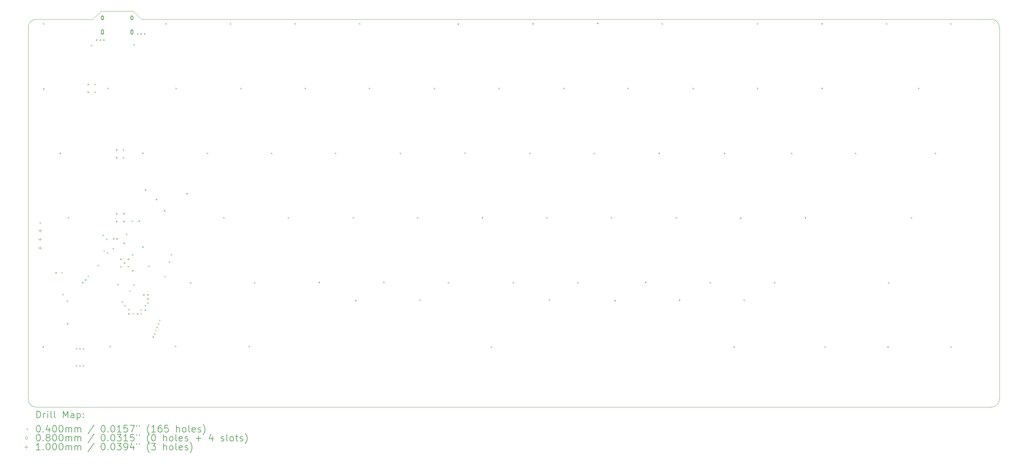
<source format=gbr>
%FSLAX45Y45*%
G04 Gerber Fmt 4.5, Leading zero omitted, Abs format (unit mm)*
G04 Created by KiCad (PCBNEW (6.0.1-0)) date 2022-06-29 12:55:52*
%MOMM*%
%LPD*%
G01*
G04 APERTURE LIST*
%TA.AperFunction,Profile*%
%ADD10C,0.100000*%
%TD*%
%ADD11C,0.200000*%
%ADD12C,0.040000*%
%ADD13C,0.080000*%
%ADD14C,0.100000*%
G04 APERTURE END LIST*
D10*
X1905000Y-13096875D02*
X1905000Y-2143125D01*
X30241875Y-13335000D02*
X2143125Y-13335000D01*
X4048125Y-1666875D02*
X5000625Y-1666875D01*
X30480000Y-2143125D02*
X30480000Y-13096875D01*
X5238750Y-1905000D02*
X30241875Y-1905000D01*
X4048125Y-1666875D02*
X3810000Y-1905000D01*
X2143125Y-1905000D02*
X3810000Y-1905000D01*
X30241875Y-13335000D02*
G75*
G03*
X30480000Y-13096875I0J238125D01*
G01*
X1905000Y-13096875D02*
G75*
G03*
X2143125Y-13335000I238125J0D01*
G01*
X5000625Y-1666875D02*
X5238750Y-1905000D01*
X2143125Y-1905000D02*
G75*
G03*
X1905000Y-2143125I0J-238125D01*
G01*
X30480000Y-2143125D02*
G75*
G03*
X30241875Y-1905000I-238125J0D01*
G01*
D11*
D12*
X2237500Y-7882500D02*
X2277500Y-7922500D01*
X2277500Y-7882500D02*
X2237500Y-7922500D01*
X2327500Y-11542500D02*
X2367500Y-11582500D01*
X2367500Y-11542500D02*
X2327500Y-11582500D01*
X2337500Y-2012500D02*
X2377500Y-2052500D01*
X2377500Y-2012500D02*
X2337500Y-2052500D01*
X2337500Y-3932500D02*
X2377500Y-3972500D01*
X2377500Y-3932500D02*
X2337500Y-3972500D01*
X2707500Y-9352500D02*
X2747500Y-9392500D01*
X2747500Y-9352500D02*
X2707500Y-9392500D01*
X2827500Y-5832500D02*
X2867500Y-5872500D01*
X2867500Y-5832500D02*
X2827500Y-5872500D01*
X2877500Y-9342500D02*
X2917500Y-9382500D01*
X2917500Y-9342500D02*
X2877500Y-9382500D01*
X2907500Y-9992500D02*
X2947500Y-10032500D01*
X2947500Y-9992500D02*
X2907500Y-10032500D01*
X3037500Y-10182500D02*
X3077500Y-10222500D01*
X3077500Y-10182500D02*
X3037500Y-10222500D01*
X3047500Y-10852500D02*
X3087500Y-10892500D01*
X3087500Y-10852500D02*
X3047500Y-10892500D01*
X3067500Y-7732500D02*
X3107500Y-7772500D01*
X3107500Y-7732500D02*
X3067500Y-7772500D01*
X3307500Y-11592500D02*
X3347500Y-11632500D01*
X3347500Y-11592500D02*
X3307500Y-11632500D01*
X3307500Y-12092500D02*
X3347500Y-12132500D01*
X3347500Y-12092500D02*
X3307500Y-12132500D01*
X3407450Y-12092500D02*
X3447450Y-12132500D01*
X3447450Y-12092500D02*
X3407450Y-12132500D01*
X3407550Y-11592500D02*
X3447550Y-11632500D01*
X3447550Y-11592500D02*
X3407550Y-11632500D01*
X3487500Y-9642500D02*
X3527500Y-9682500D01*
X3527500Y-9642500D02*
X3487500Y-9682500D01*
X3507500Y-11592500D02*
X3547500Y-11632500D01*
X3547500Y-11592500D02*
X3507500Y-11632500D01*
X3507500Y-12092500D02*
X3547500Y-12132500D01*
X3547500Y-12092500D02*
X3507500Y-12132500D01*
X3577500Y-9562550D02*
X3617500Y-9602550D01*
X3617500Y-9562550D02*
X3577500Y-9602550D01*
X3647500Y-3802500D02*
X3687500Y-3842500D01*
X3687500Y-3802500D02*
X3647500Y-3842500D01*
X3647500Y-4032500D02*
X3687500Y-4072500D01*
X3687500Y-4032500D02*
X3647500Y-4072500D01*
X3657500Y-9452500D02*
X3697500Y-9492500D01*
X3697500Y-9452500D02*
X3657500Y-9492500D01*
X3747500Y-2652500D02*
X3787500Y-2692500D01*
X3787500Y-2652500D02*
X3747500Y-2692500D01*
X3857500Y-3802500D02*
X3897500Y-3842500D01*
X3897500Y-3802500D02*
X3857500Y-3842500D01*
X3857500Y-4032500D02*
X3897500Y-4072500D01*
X3897500Y-4032500D02*
X3857500Y-4072500D01*
X3897500Y-2492500D02*
X3937500Y-2532500D01*
X3937500Y-2492500D02*
X3897500Y-2532500D01*
X3951248Y-9137676D02*
X3991248Y-9177676D01*
X3991248Y-9137676D02*
X3951248Y-9177676D01*
X4007500Y-2492500D02*
X4047500Y-2532500D01*
X4047500Y-2492500D02*
X4007500Y-2532500D01*
X4092500Y-8247500D02*
X4132500Y-8287500D01*
X4132500Y-8247500D02*
X4092500Y-8287500D01*
X4107500Y-2492500D02*
X4147500Y-2532500D01*
X4147500Y-2492500D02*
X4107500Y-2532500D01*
X4121962Y-8708038D02*
X4161962Y-8748038D01*
X4161962Y-8708038D02*
X4121962Y-8748038D01*
X4197500Y-8362500D02*
X4237500Y-8402500D01*
X4237500Y-8362500D02*
X4197500Y-8402500D01*
X4217500Y-8772500D02*
X4257500Y-8812500D01*
X4257500Y-8772500D02*
X4217500Y-8812500D01*
X4237500Y-3922500D02*
X4277500Y-3962500D01*
X4277500Y-3922500D02*
X4237500Y-3962500D01*
X4297450Y-11522550D02*
X4337450Y-11562550D01*
X4337450Y-11522550D02*
X4297450Y-11562550D01*
X4387500Y-8642500D02*
X4427500Y-8682500D01*
X4427500Y-8642500D02*
X4387500Y-8682500D01*
X4397500Y-8352500D02*
X4437500Y-8392500D01*
X4437500Y-8352500D02*
X4397500Y-8392500D01*
X4487500Y-5732500D02*
X4527500Y-5772500D01*
X4527500Y-5732500D02*
X4487500Y-5772500D01*
X4487500Y-5962500D02*
X4527500Y-6002500D01*
X4527500Y-5962500D02*
X4487500Y-6002500D01*
X4487500Y-7612500D02*
X4527500Y-7652500D01*
X4527500Y-7612500D02*
X4487500Y-7652500D01*
X4487500Y-7842500D02*
X4527500Y-7882500D01*
X4527500Y-7842500D02*
X4487500Y-7882500D01*
X4497500Y-8352500D02*
X4537500Y-8392500D01*
X4537500Y-8352500D02*
X4497500Y-8392500D01*
X4527500Y-9692500D02*
X4567500Y-9732500D01*
X4567500Y-9692500D02*
X4527500Y-9732500D01*
X4607500Y-8952500D02*
X4647500Y-8992500D01*
X4647500Y-8952500D02*
X4607500Y-8992500D01*
X4607500Y-9172500D02*
X4647500Y-9212500D01*
X4647500Y-9172500D02*
X4607500Y-9212500D01*
X4657500Y-10212500D02*
X4697500Y-10252500D01*
X4697500Y-10212500D02*
X4657500Y-10252500D01*
X4687500Y-5732500D02*
X4727500Y-5772500D01*
X4727500Y-5732500D02*
X4687500Y-5772500D01*
X4687500Y-5962500D02*
X4727500Y-6002500D01*
X4727500Y-5962500D02*
X4687500Y-6002500D01*
X4697500Y-7612500D02*
X4737500Y-7652500D01*
X4737500Y-7612500D02*
X4697500Y-7652500D01*
X4697500Y-7842500D02*
X4737500Y-7882500D01*
X4737500Y-7842500D02*
X4697500Y-7882500D01*
X4707500Y-8482500D02*
X4747500Y-8522500D01*
X4747500Y-8482500D02*
X4707500Y-8522500D01*
X4717500Y-9062500D02*
X4757500Y-9102500D01*
X4757500Y-9062500D02*
X4717500Y-9102500D01*
X4737500Y-10322500D02*
X4777500Y-10362500D01*
X4777500Y-10322500D02*
X4737500Y-10362500D01*
X4777500Y-8222500D02*
X4817500Y-8262500D01*
X4817500Y-8222500D02*
X4777500Y-8262500D01*
X4827500Y-8952500D02*
X4867500Y-8992500D01*
X4867500Y-8952500D02*
X4827500Y-8992500D01*
X4827500Y-9172500D02*
X4867500Y-9212500D01*
X4867500Y-9172500D02*
X4827500Y-9212500D01*
X4847500Y-10442500D02*
X4887500Y-10482500D01*
X4887500Y-10442500D02*
X4847500Y-10482500D01*
X4847500Y-10562500D02*
X4887500Y-10602500D01*
X4887500Y-10562500D02*
X4847500Y-10602500D01*
X4875489Y-9894511D02*
X4915489Y-9934511D01*
X4915489Y-9894511D02*
X4875489Y-9934511D01*
X4947500Y-7832500D02*
X4987500Y-7872500D01*
X4987500Y-7832500D02*
X4947500Y-7872500D01*
X4957500Y-9292500D02*
X4997500Y-9332500D01*
X4997500Y-9292500D02*
X4957500Y-9332500D01*
X4958534Y-8821773D02*
X4998534Y-8861773D01*
X4998534Y-8821773D02*
X4958534Y-8861773D01*
X4977500Y-10562500D02*
X5017500Y-10602500D01*
X5017500Y-10562500D02*
X4977500Y-10602500D01*
X4997500Y-2632500D02*
X5037500Y-2672500D01*
X5037500Y-2632500D02*
X4997500Y-2672500D01*
X4997500Y-9712500D02*
X5037500Y-9752500D01*
X5037500Y-9712500D02*
X4997500Y-9752500D01*
X5097500Y-10562500D02*
X5137500Y-10602500D01*
X5137500Y-10562500D02*
X5097500Y-10602500D01*
X5107500Y-2312500D02*
X5147500Y-2352500D01*
X5147500Y-2312500D02*
X5107500Y-2352500D01*
X5147500Y-7832500D02*
X5187500Y-7872500D01*
X5187500Y-7832500D02*
X5147500Y-7872500D01*
X5207500Y-2312500D02*
X5247500Y-2352500D01*
X5247500Y-2312500D02*
X5207500Y-2352500D01*
X5207500Y-10452500D02*
X5247500Y-10492500D01*
X5247500Y-10452500D02*
X5207500Y-10492500D01*
X5207500Y-10562500D02*
X5247500Y-10602500D01*
X5247500Y-10562500D02*
X5207500Y-10602500D01*
X5257500Y-5832500D02*
X5297500Y-5872500D01*
X5297500Y-5832500D02*
X5257500Y-5872500D01*
X5257500Y-8592500D02*
X5297500Y-8632500D01*
X5297500Y-8592500D02*
X5257500Y-8632500D01*
X5287500Y-10002500D02*
X5327500Y-10042500D01*
X5327500Y-10002500D02*
X5287500Y-10042500D01*
X5307500Y-2312500D02*
X5347500Y-2352500D01*
X5347500Y-2312500D02*
X5307500Y-2352500D01*
X5327500Y-10322500D02*
X5367500Y-10362500D01*
X5367500Y-10322500D02*
X5327500Y-10362500D01*
X5327500Y-10452500D02*
X5367500Y-10492500D01*
X5367500Y-10452500D02*
X5327500Y-10492500D01*
X5337500Y-6912500D02*
X5377500Y-6952500D01*
X5377500Y-6912500D02*
X5337500Y-6952500D01*
X5407500Y-10002500D02*
X5447500Y-10042500D01*
X5447500Y-10002500D02*
X5407500Y-10042500D01*
X5407500Y-10122500D02*
X5447500Y-10162500D01*
X5447500Y-10122500D02*
X5407500Y-10162500D01*
X5407500Y-10242500D02*
X5447500Y-10282500D01*
X5447500Y-10242500D02*
X5407500Y-10282500D01*
X5437500Y-9162500D02*
X5477500Y-9202500D01*
X5477500Y-9162500D02*
X5437500Y-9202500D01*
X5562801Y-11241898D02*
X5602801Y-11281898D01*
X5602801Y-11241898D02*
X5562801Y-11281898D01*
X5607500Y-11152500D02*
X5647500Y-11192500D01*
X5647500Y-11152500D02*
X5607500Y-11192500D01*
X5637402Y-11052500D02*
X5677402Y-11092500D01*
X5677402Y-11052500D02*
X5637402Y-11092500D01*
X5657500Y-7192500D02*
X5697500Y-7232500D01*
X5697500Y-7192500D02*
X5657500Y-7232500D01*
X5677402Y-10953161D02*
X5717402Y-10993161D01*
X5717402Y-10953161D02*
X5677402Y-10993161D01*
X5717354Y-10855580D02*
X5757354Y-10895580D01*
X5757354Y-10855580D02*
X5717354Y-10895580D01*
X5757306Y-10756340D02*
X5797306Y-10796340D01*
X5797306Y-10756340D02*
X5757306Y-10796340D01*
X5897500Y-7522500D02*
X5937500Y-7562500D01*
X5937500Y-7522500D02*
X5897500Y-7562500D01*
X5917500Y-9462500D02*
X5957500Y-9502500D01*
X5957500Y-9462500D02*
X5917500Y-9502500D01*
X5937500Y-2012500D02*
X5977500Y-2052500D01*
X5977500Y-2012500D02*
X5937500Y-2052500D01*
X6037500Y-9032500D02*
X6077500Y-9072500D01*
X6077500Y-9032500D02*
X6037500Y-9072500D01*
X6097500Y-8822500D02*
X6137500Y-8862500D01*
X6137500Y-8822500D02*
X6097500Y-8862500D01*
X6217550Y-11522550D02*
X6257550Y-11562550D01*
X6257550Y-11522550D02*
X6217550Y-11562550D01*
X6237500Y-3922500D02*
X6277500Y-3962500D01*
X6277500Y-3922500D02*
X6237500Y-3962500D01*
X6557500Y-7022500D02*
X6597500Y-7062500D01*
X6597500Y-7022500D02*
X6557500Y-7062500D01*
X6667500Y-9642500D02*
X6707500Y-9682500D01*
X6707500Y-9642500D02*
X6667500Y-9682500D01*
X7157500Y-5832500D02*
X7197500Y-5872500D01*
X7197500Y-5832500D02*
X7157500Y-5872500D01*
X7637500Y-7732500D02*
X7677500Y-7772500D01*
X7677500Y-7732500D02*
X7637500Y-7772500D01*
X7837500Y-2012500D02*
X7877500Y-2052500D01*
X7877500Y-2012500D02*
X7837500Y-2052500D01*
X8137500Y-3922500D02*
X8177500Y-3962500D01*
X8177500Y-3922500D02*
X8137500Y-3962500D01*
X8387550Y-11522550D02*
X8427550Y-11562550D01*
X8427550Y-11522550D02*
X8387550Y-11562550D01*
X8547500Y-9642500D02*
X8587500Y-9682500D01*
X8587500Y-9642500D02*
X8547500Y-9682500D01*
X9047500Y-5832500D02*
X9087500Y-5872500D01*
X9087500Y-5832500D02*
X9047500Y-5872500D01*
X9537500Y-7732500D02*
X9577500Y-7772500D01*
X9577500Y-7732500D02*
X9537500Y-7772500D01*
X9737500Y-2012500D02*
X9777500Y-2052500D01*
X9777500Y-2012500D02*
X9737500Y-2052500D01*
X10037500Y-3922500D02*
X10077500Y-3962500D01*
X10077500Y-3922500D02*
X10037500Y-3962500D01*
X10447500Y-9632500D02*
X10487500Y-9672500D01*
X10487500Y-9632500D02*
X10447500Y-9672500D01*
X10927500Y-5832500D02*
X10967500Y-5872500D01*
X10967500Y-5832500D02*
X10927500Y-5872500D01*
X11447500Y-7732500D02*
X11487500Y-7772500D01*
X11487500Y-7732500D02*
X11447500Y-7772500D01*
X11517500Y-10172500D02*
X11557500Y-10212500D01*
X11557500Y-10172500D02*
X11517500Y-10212500D01*
X11637500Y-2012500D02*
X11677500Y-2052500D01*
X11677500Y-2012500D02*
X11637500Y-2052500D01*
X11927500Y-3922500D02*
X11967500Y-3962500D01*
X11967500Y-3922500D02*
X11927500Y-3962500D01*
X12347500Y-9632500D02*
X12387500Y-9672500D01*
X12387500Y-9632500D02*
X12347500Y-9672500D01*
X12837500Y-5832500D02*
X12877500Y-5872500D01*
X12877500Y-5832500D02*
X12837500Y-5872500D01*
X13337500Y-7732500D02*
X13377500Y-7772500D01*
X13377500Y-7732500D02*
X13337500Y-7772500D01*
X13417500Y-10162500D02*
X13457500Y-10202500D01*
X13457500Y-10162500D02*
X13417500Y-10202500D01*
X13837500Y-3922500D02*
X13877500Y-3962500D01*
X13877500Y-3922500D02*
X13837500Y-3962500D01*
X14247500Y-9642500D02*
X14287500Y-9682500D01*
X14287500Y-9642500D02*
X14247500Y-9682500D01*
X14537500Y-2022500D02*
X14577500Y-2062500D01*
X14577500Y-2022500D02*
X14537500Y-2062500D01*
X14737500Y-5822500D02*
X14777500Y-5862500D01*
X14777500Y-5822500D02*
X14737500Y-5862500D01*
X15247500Y-7732500D02*
X15287500Y-7772500D01*
X15287500Y-7732500D02*
X15247500Y-7772500D01*
X15517500Y-11542500D02*
X15557500Y-11582500D01*
X15557500Y-11542500D02*
X15517500Y-11582500D01*
X15737500Y-3922500D02*
X15777500Y-3962500D01*
X15777500Y-3922500D02*
X15737500Y-3962500D01*
X16157500Y-9642500D02*
X16197500Y-9682500D01*
X16197500Y-9642500D02*
X16157500Y-9682500D01*
X16647500Y-5832500D02*
X16687500Y-5872500D01*
X16687500Y-5832500D02*
X16647500Y-5872500D01*
X16737500Y-2012500D02*
X16777500Y-2052500D01*
X16777500Y-2012500D02*
X16737500Y-2052500D01*
X17137500Y-7732500D02*
X17177500Y-7772500D01*
X17177500Y-7732500D02*
X17137500Y-7772500D01*
X17227500Y-10152500D02*
X17267500Y-10192500D01*
X17267500Y-10152500D02*
X17227500Y-10192500D01*
X17637500Y-3922500D02*
X17677500Y-3962500D01*
X17677500Y-3922500D02*
X17637500Y-3962500D01*
X18057500Y-9642500D02*
X18097500Y-9682500D01*
X18097500Y-9642500D02*
X18057500Y-9682500D01*
X18537500Y-5832500D02*
X18577500Y-5872500D01*
X18577500Y-5832500D02*
X18537500Y-5872500D01*
X18637500Y-2002500D02*
X18677500Y-2042500D01*
X18677500Y-2002500D02*
X18637500Y-2042500D01*
X19047500Y-7732500D02*
X19087500Y-7772500D01*
X19087500Y-7732500D02*
X19047500Y-7772500D01*
X19147500Y-10172500D02*
X19187500Y-10212500D01*
X19187500Y-10172500D02*
X19147500Y-10212500D01*
X19527500Y-3922500D02*
X19567500Y-3962500D01*
X19567500Y-3922500D02*
X19527500Y-3962500D01*
X20047500Y-9632500D02*
X20087500Y-9672500D01*
X20087500Y-9632500D02*
X20047500Y-9672500D01*
X20447500Y-5832500D02*
X20487500Y-5872500D01*
X20487500Y-5832500D02*
X20447500Y-5872500D01*
X20537500Y-2012500D02*
X20577500Y-2052500D01*
X20577500Y-2012500D02*
X20537500Y-2052500D01*
X20947500Y-7732500D02*
X20987500Y-7772500D01*
X20987500Y-7732500D02*
X20947500Y-7772500D01*
X21047500Y-10162500D02*
X21087500Y-10202500D01*
X21087500Y-10162500D02*
X21047500Y-10202500D01*
X21447500Y-3922500D02*
X21487500Y-3962500D01*
X21487500Y-3922500D02*
X21447500Y-3962500D01*
X21947500Y-9642500D02*
X21987500Y-9682500D01*
X21987500Y-9642500D02*
X21947500Y-9682500D01*
X22367500Y-5832500D02*
X22407500Y-5872500D01*
X22407500Y-5832500D02*
X22367500Y-5872500D01*
X22647500Y-11542500D02*
X22687500Y-11582500D01*
X22687500Y-11542500D02*
X22647500Y-11582500D01*
X22847500Y-7742500D02*
X22887500Y-7782500D01*
X22887500Y-7742500D02*
X22847500Y-7782500D01*
X22947500Y-10162500D02*
X22987500Y-10202500D01*
X22987500Y-10162500D02*
X22947500Y-10202500D01*
X23337500Y-2012500D02*
X23377500Y-2052500D01*
X23377500Y-2012500D02*
X23337500Y-2052500D01*
X23337500Y-3922500D02*
X23377500Y-3962500D01*
X23377500Y-3922500D02*
X23337500Y-3962500D01*
X23847500Y-9642500D02*
X23887500Y-9682500D01*
X23887500Y-9642500D02*
X23847500Y-9682500D01*
X24347500Y-5832500D02*
X24387500Y-5872500D01*
X24387500Y-5832500D02*
X24347500Y-5872500D01*
X24747500Y-7732500D02*
X24787500Y-7772500D01*
X24787500Y-7732500D02*
X24747500Y-7772500D01*
X25237500Y-2012500D02*
X25277500Y-2052500D01*
X25277500Y-2012500D02*
X25237500Y-2052500D01*
X25237500Y-3922500D02*
X25277500Y-3962500D01*
X25277500Y-3922500D02*
X25237500Y-3962500D01*
X25327500Y-11542500D02*
X25367500Y-11582500D01*
X25367500Y-11542500D02*
X25327500Y-11582500D01*
X26227500Y-5832500D02*
X26267500Y-5872500D01*
X26267500Y-5832500D02*
X26227500Y-5872500D01*
X27137500Y-2012500D02*
X27177500Y-2052500D01*
X27177500Y-2012500D02*
X27137500Y-2052500D01*
X27177500Y-11542500D02*
X27217500Y-11582500D01*
X27217500Y-11542500D02*
X27177500Y-11582500D01*
X27197500Y-9652500D02*
X27237500Y-9692500D01*
X27237500Y-9652500D02*
X27197500Y-9692500D01*
X27867500Y-7732500D02*
X27907500Y-7772500D01*
X27907500Y-7732500D02*
X27867500Y-7772500D01*
X28077500Y-3922500D02*
X28117500Y-3962500D01*
X28117500Y-3922500D02*
X28077500Y-3962500D01*
X28567500Y-5832500D02*
X28607500Y-5872500D01*
X28607500Y-5832500D02*
X28567500Y-5872500D01*
X29027500Y-2012500D02*
X29067500Y-2052500D01*
X29067500Y-2012500D02*
X29027500Y-2052500D01*
X29037500Y-11542500D02*
X29077500Y-11582500D01*
X29077500Y-11542500D02*
X29037500Y-11582500D01*
D13*
X4131761Y-1860961D02*
G75*
G03*
X4131761Y-1860961I-40000J0D01*
G01*
D11*
X4061761Y-1830961D02*
X4061761Y-1890961D01*
X4121761Y-1830961D02*
X4121761Y-1890961D01*
X4061761Y-1890961D02*
G75*
G03*
X4121761Y-1890961I30000J0D01*
G01*
X4121761Y-1830961D02*
G75*
G03*
X4061761Y-1830961I-30000J0D01*
G01*
D13*
X4131761Y-2280951D02*
G75*
G03*
X4131761Y-2280951I-40000J0D01*
G01*
D11*
X4061761Y-2240950D02*
X4061761Y-2320952D01*
X4121761Y-2240950D02*
X4121761Y-2320952D01*
X4061761Y-2320952D02*
G75*
G03*
X4121761Y-2320952I30000J0D01*
G01*
X4121761Y-2240950D02*
G75*
G03*
X4061761Y-2240950I-30000J0D01*
G01*
D13*
X4996786Y-1860961D02*
G75*
G03*
X4996786Y-1860961I-40000J0D01*
G01*
D11*
X4926786Y-1830961D02*
X4926786Y-1890961D01*
X4986786Y-1830961D02*
X4986786Y-1890961D01*
X4926786Y-1890961D02*
G75*
G03*
X4986786Y-1890961I30000J0D01*
G01*
X4986786Y-1830961D02*
G75*
G03*
X4926786Y-1830961I-30000J0D01*
G01*
D13*
X4996786Y-2280951D02*
G75*
G03*
X4996786Y-2280951I-40000J0D01*
G01*
D11*
X4926786Y-2240952D02*
X4926786Y-2320950D01*
X4986786Y-2240952D02*
X4986786Y-2320950D01*
X4926786Y-2320950D02*
G75*
G03*
X4986786Y-2320950I30000J0D01*
G01*
X4986786Y-2240952D02*
G75*
G03*
X4926786Y-2240952I-30000J0D01*
G01*
D14*
X2257500Y-8087000D02*
X2257500Y-8187000D01*
X2207500Y-8137000D02*
X2307500Y-8137000D01*
X2257500Y-8341000D02*
X2257500Y-8441000D01*
X2207500Y-8391000D02*
X2307500Y-8391000D01*
X2257500Y-8595000D02*
X2257500Y-8695000D01*
X2207500Y-8645000D02*
X2307500Y-8645000D01*
D11*
X2157619Y-13650476D02*
X2157619Y-13450476D01*
X2205238Y-13450476D01*
X2233810Y-13460000D01*
X2252857Y-13479048D01*
X2262381Y-13498095D01*
X2271905Y-13536190D01*
X2271905Y-13564762D01*
X2262381Y-13602857D01*
X2252857Y-13621905D01*
X2233810Y-13640952D01*
X2205238Y-13650476D01*
X2157619Y-13650476D01*
X2357619Y-13650476D02*
X2357619Y-13517143D01*
X2357619Y-13555238D02*
X2367143Y-13536190D01*
X2376667Y-13526667D01*
X2395714Y-13517143D01*
X2414762Y-13517143D01*
X2481429Y-13650476D02*
X2481429Y-13517143D01*
X2481429Y-13450476D02*
X2471905Y-13460000D01*
X2481429Y-13469524D01*
X2490952Y-13460000D01*
X2481429Y-13450476D01*
X2481429Y-13469524D01*
X2605238Y-13650476D02*
X2586190Y-13640952D01*
X2576667Y-13621905D01*
X2576667Y-13450476D01*
X2710000Y-13650476D02*
X2690952Y-13640952D01*
X2681429Y-13621905D01*
X2681429Y-13450476D01*
X2938571Y-13650476D02*
X2938571Y-13450476D01*
X3005238Y-13593333D01*
X3071905Y-13450476D01*
X3071905Y-13650476D01*
X3252857Y-13650476D02*
X3252857Y-13545714D01*
X3243333Y-13526667D01*
X3224286Y-13517143D01*
X3186190Y-13517143D01*
X3167143Y-13526667D01*
X3252857Y-13640952D02*
X3233809Y-13650476D01*
X3186190Y-13650476D01*
X3167143Y-13640952D01*
X3157619Y-13621905D01*
X3157619Y-13602857D01*
X3167143Y-13583809D01*
X3186190Y-13574286D01*
X3233809Y-13574286D01*
X3252857Y-13564762D01*
X3348095Y-13517143D02*
X3348095Y-13717143D01*
X3348095Y-13526667D02*
X3367143Y-13517143D01*
X3405238Y-13517143D01*
X3424286Y-13526667D01*
X3433809Y-13536190D01*
X3443333Y-13555238D01*
X3443333Y-13612381D01*
X3433809Y-13631428D01*
X3424286Y-13640952D01*
X3405238Y-13650476D01*
X3367143Y-13650476D01*
X3348095Y-13640952D01*
X3529048Y-13631428D02*
X3538571Y-13640952D01*
X3529048Y-13650476D01*
X3519524Y-13640952D01*
X3529048Y-13631428D01*
X3529048Y-13650476D01*
X3529048Y-13526667D02*
X3538571Y-13536190D01*
X3529048Y-13545714D01*
X3519524Y-13536190D01*
X3529048Y-13526667D01*
X3529048Y-13545714D01*
D12*
X1860000Y-13960000D02*
X1900000Y-14000000D01*
X1900000Y-13960000D02*
X1860000Y-14000000D01*
D11*
X2195714Y-13870476D02*
X2214762Y-13870476D01*
X2233810Y-13880000D01*
X2243333Y-13889524D01*
X2252857Y-13908571D01*
X2262381Y-13946667D01*
X2262381Y-13994286D01*
X2252857Y-14032381D01*
X2243333Y-14051428D01*
X2233810Y-14060952D01*
X2214762Y-14070476D01*
X2195714Y-14070476D01*
X2176667Y-14060952D01*
X2167143Y-14051428D01*
X2157619Y-14032381D01*
X2148095Y-13994286D01*
X2148095Y-13946667D01*
X2157619Y-13908571D01*
X2167143Y-13889524D01*
X2176667Y-13880000D01*
X2195714Y-13870476D01*
X2348095Y-14051428D02*
X2357619Y-14060952D01*
X2348095Y-14070476D01*
X2338571Y-14060952D01*
X2348095Y-14051428D01*
X2348095Y-14070476D01*
X2529048Y-13937143D02*
X2529048Y-14070476D01*
X2481429Y-13860952D02*
X2433810Y-14003809D01*
X2557619Y-14003809D01*
X2671905Y-13870476D02*
X2690952Y-13870476D01*
X2710000Y-13880000D01*
X2719524Y-13889524D01*
X2729048Y-13908571D01*
X2738571Y-13946667D01*
X2738571Y-13994286D01*
X2729048Y-14032381D01*
X2719524Y-14051428D01*
X2710000Y-14060952D01*
X2690952Y-14070476D01*
X2671905Y-14070476D01*
X2652857Y-14060952D01*
X2643333Y-14051428D01*
X2633810Y-14032381D01*
X2624286Y-13994286D01*
X2624286Y-13946667D01*
X2633810Y-13908571D01*
X2643333Y-13889524D01*
X2652857Y-13880000D01*
X2671905Y-13870476D01*
X2862381Y-13870476D02*
X2881428Y-13870476D01*
X2900476Y-13880000D01*
X2910000Y-13889524D01*
X2919524Y-13908571D01*
X2929048Y-13946667D01*
X2929048Y-13994286D01*
X2919524Y-14032381D01*
X2910000Y-14051428D01*
X2900476Y-14060952D01*
X2881428Y-14070476D01*
X2862381Y-14070476D01*
X2843333Y-14060952D01*
X2833809Y-14051428D01*
X2824286Y-14032381D01*
X2814762Y-13994286D01*
X2814762Y-13946667D01*
X2824286Y-13908571D01*
X2833809Y-13889524D01*
X2843333Y-13880000D01*
X2862381Y-13870476D01*
X3014762Y-14070476D02*
X3014762Y-13937143D01*
X3014762Y-13956190D02*
X3024286Y-13946667D01*
X3043333Y-13937143D01*
X3071905Y-13937143D01*
X3090952Y-13946667D01*
X3100476Y-13965714D01*
X3100476Y-14070476D01*
X3100476Y-13965714D02*
X3110000Y-13946667D01*
X3129048Y-13937143D01*
X3157619Y-13937143D01*
X3176667Y-13946667D01*
X3186190Y-13965714D01*
X3186190Y-14070476D01*
X3281428Y-14070476D02*
X3281428Y-13937143D01*
X3281428Y-13956190D02*
X3290952Y-13946667D01*
X3310000Y-13937143D01*
X3338571Y-13937143D01*
X3357619Y-13946667D01*
X3367143Y-13965714D01*
X3367143Y-14070476D01*
X3367143Y-13965714D02*
X3376667Y-13946667D01*
X3395714Y-13937143D01*
X3424286Y-13937143D01*
X3443333Y-13946667D01*
X3452857Y-13965714D01*
X3452857Y-14070476D01*
X3843333Y-13860952D02*
X3671905Y-14118095D01*
X4100476Y-13870476D02*
X4119524Y-13870476D01*
X4138571Y-13880000D01*
X4148095Y-13889524D01*
X4157619Y-13908571D01*
X4167143Y-13946667D01*
X4167143Y-13994286D01*
X4157619Y-14032381D01*
X4148095Y-14051428D01*
X4138571Y-14060952D01*
X4119524Y-14070476D01*
X4100476Y-14070476D01*
X4081428Y-14060952D01*
X4071905Y-14051428D01*
X4062381Y-14032381D01*
X4052857Y-13994286D01*
X4052857Y-13946667D01*
X4062381Y-13908571D01*
X4071905Y-13889524D01*
X4081428Y-13880000D01*
X4100476Y-13870476D01*
X4252857Y-14051428D02*
X4262381Y-14060952D01*
X4252857Y-14070476D01*
X4243333Y-14060952D01*
X4252857Y-14051428D01*
X4252857Y-14070476D01*
X4386190Y-13870476D02*
X4405238Y-13870476D01*
X4424286Y-13880000D01*
X4433810Y-13889524D01*
X4443333Y-13908571D01*
X4452857Y-13946667D01*
X4452857Y-13994286D01*
X4443333Y-14032381D01*
X4433810Y-14051428D01*
X4424286Y-14060952D01*
X4405238Y-14070476D01*
X4386190Y-14070476D01*
X4367143Y-14060952D01*
X4357619Y-14051428D01*
X4348095Y-14032381D01*
X4338571Y-13994286D01*
X4338571Y-13946667D01*
X4348095Y-13908571D01*
X4357619Y-13889524D01*
X4367143Y-13880000D01*
X4386190Y-13870476D01*
X4643333Y-14070476D02*
X4529048Y-14070476D01*
X4586190Y-14070476D02*
X4586190Y-13870476D01*
X4567143Y-13899048D01*
X4548095Y-13918095D01*
X4529048Y-13927619D01*
X4824286Y-13870476D02*
X4729048Y-13870476D01*
X4719524Y-13965714D01*
X4729048Y-13956190D01*
X4748095Y-13946667D01*
X4795714Y-13946667D01*
X4814762Y-13956190D01*
X4824286Y-13965714D01*
X4833810Y-13984762D01*
X4833810Y-14032381D01*
X4824286Y-14051428D01*
X4814762Y-14060952D01*
X4795714Y-14070476D01*
X4748095Y-14070476D01*
X4729048Y-14060952D01*
X4719524Y-14051428D01*
X4900476Y-13870476D02*
X5033810Y-13870476D01*
X4948095Y-14070476D01*
X5100476Y-13870476D02*
X5100476Y-13908571D01*
X5176667Y-13870476D02*
X5176667Y-13908571D01*
X5471905Y-14146667D02*
X5462381Y-14137143D01*
X5443333Y-14108571D01*
X5433810Y-14089524D01*
X5424286Y-14060952D01*
X5414762Y-14013333D01*
X5414762Y-13975238D01*
X5424286Y-13927619D01*
X5433810Y-13899048D01*
X5443333Y-13880000D01*
X5462381Y-13851428D01*
X5471905Y-13841905D01*
X5652857Y-14070476D02*
X5538571Y-14070476D01*
X5595714Y-14070476D02*
X5595714Y-13870476D01*
X5576667Y-13899048D01*
X5557619Y-13918095D01*
X5538571Y-13927619D01*
X5824286Y-13870476D02*
X5786190Y-13870476D01*
X5767143Y-13880000D01*
X5757619Y-13889524D01*
X5738571Y-13918095D01*
X5729048Y-13956190D01*
X5729048Y-14032381D01*
X5738571Y-14051428D01*
X5748095Y-14060952D01*
X5767143Y-14070476D01*
X5805238Y-14070476D01*
X5824286Y-14060952D01*
X5833809Y-14051428D01*
X5843333Y-14032381D01*
X5843333Y-13984762D01*
X5833809Y-13965714D01*
X5824286Y-13956190D01*
X5805238Y-13946667D01*
X5767143Y-13946667D01*
X5748095Y-13956190D01*
X5738571Y-13965714D01*
X5729048Y-13984762D01*
X6024286Y-13870476D02*
X5929048Y-13870476D01*
X5919524Y-13965714D01*
X5929048Y-13956190D01*
X5948095Y-13946667D01*
X5995714Y-13946667D01*
X6014762Y-13956190D01*
X6024286Y-13965714D01*
X6033809Y-13984762D01*
X6033809Y-14032381D01*
X6024286Y-14051428D01*
X6014762Y-14060952D01*
X5995714Y-14070476D01*
X5948095Y-14070476D01*
X5929048Y-14060952D01*
X5919524Y-14051428D01*
X6271905Y-14070476D02*
X6271905Y-13870476D01*
X6357619Y-14070476D02*
X6357619Y-13965714D01*
X6348095Y-13946667D01*
X6329048Y-13937143D01*
X6300476Y-13937143D01*
X6281428Y-13946667D01*
X6271905Y-13956190D01*
X6481428Y-14070476D02*
X6462381Y-14060952D01*
X6452857Y-14051428D01*
X6443333Y-14032381D01*
X6443333Y-13975238D01*
X6452857Y-13956190D01*
X6462381Y-13946667D01*
X6481428Y-13937143D01*
X6510000Y-13937143D01*
X6529048Y-13946667D01*
X6538571Y-13956190D01*
X6548095Y-13975238D01*
X6548095Y-14032381D01*
X6538571Y-14051428D01*
X6529048Y-14060952D01*
X6510000Y-14070476D01*
X6481428Y-14070476D01*
X6662381Y-14070476D02*
X6643333Y-14060952D01*
X6633809Y-14041905D01*
X6633809Y-13870476D01*
X6814762Y-14060952D02*
X6795714Y-14070476D01*
X6757619Y-14070476D01*
X6738571Y-14060952D01*
X6729048Y-14041905D01*
X6729048Y-13965714D01*
X6738571Y-13946667D01*
X6757619Y-13937143D01*
X6795714Y-13937143D01*
X6814762Y-13946667D01*
X6824286Y-13965714D01*
X6824286Y-13984762D01*
X6729048Y-14003809D01*
X6900476Y-14060952D02*
X6919524Y-14070476D01*
X6957619Y-14070476D01*
X6976667Y-14060952D01*
X6986190Y-14041905D01*
X6986190Y-14032381D01*
X6976667Y-14013333D01*
X6957619Y-14003809D01*
X6929048Y-14003809D01*
X6910000Y-13994286D01*
X6900476Y-13975238D01*
X6900476Y-13965714D01*
X6910000Y-13946667D01*
X6929048Y-13937143D01*
X6957619Y-13937143D01*
X6976667Y-13946667D01*
X7052857Y-14146667D02*
X7062381Y-14137143D01*
X7081428Y-14108571D01*
X7090952Y-14089524D01*
X7100476Y-14060952D01*
X7110000Y-14013333D01*
X7110000Y-13975238D01*
X7100476Y-13927619D01*
X7090952Y-13899048D01*
X7081428Y-13880000D01*
X7062381Y-13851428D01*
X7052857Y-13841905D01*
D13*
X1900000Y-14244000D02*
G75*
G03*
X1900000Y-14244000I-40000J0D01*
G01*
D11*
X2195714Y-14134476D02*
X2214762Y-14134476D01*
X2233810Y-14144000D01*
X2243333Y-14153524D01*
X2252857Y-14172571D01*
X2262381Y-14210667D01*
X2262381Y-14258286D01*
X2252857Y-14296381D01*
X2243333Y-14315428D01*
X2233810Y-14324952D01*
X2214762Y-14334476D01*
X2195714Y-14334476D01*
X2176667Y-14324952D01*
X2167143Y-14315428D01*
X2157619Y-14296381D01*
X2148095Y-14258286D01*
X2148095Y-14210667D01*
X2157619Y-14172571D01*
X2167143Y-14153524D01*
X2176667Y-14144000D01*
X2195714Y-14134476D01*
X2348095Y-14315428D02*
X2357619Y-14324952D01*
X2348095Y-14334476D01*
X2338571Y-14324952D01*
X2348095Y-14315428D01*
X2348095Y-14334476D01*
X2471905Y-14220190D02*
X2452857Y-14210667D01*
X2443333Y-14201143D01*
X2433810Y-14182095D01*
X2433810Y-14172571D01*
X2443333Y-14153524D01*
X2452857Y-14144000D01*
X2471905Y-14134476D01*
X2510000Y-14134476D01*
X2529048Y-14144000D01*
X2538571Y-14153524D01*
X2548095Y-14172571D01*
X2548095Y-14182095D01*
X2538571Y-14201143D01*
X2529048Y-14210667D01*
X2510000Y-14220190D01*
X2471905Y-14220190D01*
X2452857Y-14229714D01*
X2443333Y-14239238D01*
X2433810Y-14258286D01*
X2433810Y-14296381D01*
X2443333Y-14315428D01*
X2452857Y-14324952D01*
X2471905Y-14334476D01*
X2510000Y-14334476D01*
X2529048Y-14324952D01*
X2538571Y-14315428D01*
X2548095Y-14296381D01*
X2548095Y-14258286D01*
X2538571Y-14239238D01*
X2529048Y-14229714D01*
X2510000Y-14220190D01*
X2671905Y-14134476D02*
X2690952Y-14134476D01*
X2710000Y-14144000D01*
X2719524Y-14153524D01*
X2729048Y-14172571D01*
X2738571Y-14210667D01*
X2738571Y-14258286D01*
X2729048Y-14296381D01*
X2719524Y-14315428D01*
X2710000Y-14324952D01*
X2690952Y-14334476D01*
X2671905Y-14334476D01*
X2652857Y-14324952D01*
X2643333Y-14315428D01*
X2633810Y-14296381D01*
X2624286Y-14258286D01*
X2624286Y-14210667D01*
X2633810Y-14172571D01*
X2643333Y-14153524D01*
X2652857Y-14144000D01*
X2671905Y-14134476D01*
X2862381Y-14134476D02*
X2881428Y-14134476D01*
X2900476Y-14144000D01*
X2910000Y-14153524D01*
X2919524Y-14172571D01*
X2929048Y-14210667D01*
X2929048Y-14258286D01*
X2919524Y-14296381D01*
X2910000Y-14315428D01*
X2900476Y-14324952D01*
X2881428Y-14334476D01*
X2862381Y-14334476D01*
X2843333Y-14324952D01*
X2833809Y-14315428D01*
X2824286Y-14296381D01*
X2814762Y-14258286D01*
X2814762Y-14210667D01*
X2824286Y-14172571D01*
X2833809Y-14153524D01*
X2843333Y-14144000D01*
X2862381Y-14134476D01*
X3014762Y-14334476D02*
X3014762Y-14201143D01*
X3014762Y-14220190D02*
X3024286Y-14210667D01*
X3043333Y-14201143D01*
X3071905Y-14201143D01*
X3090952Y-14210667D01*
X3100476Y-14229714D01*
X3100476Y-14334476D01*
X3100476Y-14229714D02*
X3110000Y-14210667D01*
X3129048Y-14201143D01*
X3157619Y-14201143D01*
X3176667Y-14210667D01*
X3186190Y-14229714D01*
X3186190Y-14334476D01*
X3281428Y-14334476D02*
X3281428Y-14201143D01*
X3281428Y-14220190D02*
X3290952Y-14210667D01*
X3310000Y-14201143D01*
X3338571Y-14201143D01*
X3357619Y-14210667D01*
X3367143Y-14229714D01*
X3367143Y-14334476D01*
X3367143Y-14229714D02*
X3376667Y-14210667D01*
X3395714Y-14201143D01*
X3424286Y-14201143D01*
X3443333Y-14210667D01*
X3452857Y-14229714D01*
X3452857Y-14334476D01*
X3843333Y-14124952D02*
X3671905Y-14382095D01*
X4100476Y-14134476D02*
X4119524Y-14134476D01*
X4138571Y-14144000D01*
X4148095Y-14153524D01*
X4157619Y-14172571D01*
X4167143Y-14210667D01*
X4167143Y-14258286D01*
X4157619Y-14296381D01*
X4148095Y-14315428D01*
X4138571Y-14324952D01*
X4119524Y-14334476D01*
X4100476Y-14334476D01*
X4081428Y-14324952D01*
X4071905Y-14315428D01*
X4062381Y-14296381D01*
X4052857Y-14258286D01*
X4052857Y-14210667D01*
X4062381Y-14172571D01*
X4071905Y-14153524D01*
X4081428Y-14144000D01*
X4100476Y-14134476D01*
X4252857Y-14315428D02*
X4262381Y-14324952D01*
X4252857Y-14334476D01*
X4243333Y-14324952D01*
X4252857Y-14315428D01*
X4252857Y-14334476D01*
X4386190Y-14134476D02*
X4405238Y-14134476D01*
X4424286Y-14144000D01*
X4433810Y-14153524D01*
X4443333Y-14172571D01*
X4452857Y-14210667D01*
X4452857Y-14258286D01*
X4443333Y-14296381D01*
X4433810Y-14315428D01*
X4424286Y-14324952D01*
X4405238Y-14334476D01*
X4386190Y-14334476D01*
X4367143Y-14324952D01*
X4357619Y-14315428D01*
X4348095Y-14296381D01*
X4338571Y-14258286D01*
X4338571Y-14210667D01*
X4348095Y-14172571D01*
X4357619Y-14153524D01*
X4367143Y-14144000D01*
X4386190Y-14134476D01*
X4519524Y-14134476D02*
X4643333Y-14134476D01*
X4576667Y-14210667D01*
X4605238Y-14210667D01*
X4624286Y-14220190D01*
X4633810Y-14229714D01*
X4643333Y-14248762D01*
X4643333Y-14296381D01*
X4633810Y-14315428D01*
X4624286Y-14324952D01*
X4605238Y-14334476D01*
X4548095Y-14334476D01*
X4529048Y-14324952D01*
X4519524Y-14315428D01*
X4833810Y-14334476D02*
X4719524Y-14334476D01*
X4776667Y-14334476D02*
X4776667Y-14134476D01*
X4757619Y-14163048D01*
X4738571Y-14182095D01*
X4719524Y-14191619D01*
X5014762Y-14134476D02*
X4919524Y-14134476D01*
X4910000Y-14229714D01*
X4919524Y-14220190D01*
X4938571Y-14210667D01*
X4986190Y-14210667D01*
X5005238Y-14220190D01*
X5014762Y-14229714D01*
X5024286Y-14248762D01*
X5024286Y-14296381D01*
X5014762Y-14315428D01*
X5005238Y-14324952D01*
X4986190Y-14334476D01*
X4938571Y-14334476D01*
X4919524Y-14324952D01*
X4910000Y-14315428D01*
X5100476Y-14134476D02*
X5100476Y-14172571D01*
X5176667Y-14134476D02*
X5176667Y-14172571D01*
X5471905Y-14410667D02*
X5462381Y-14401143D01*
X5443333Y-14372571D01*
X5433810Y-14353524D01*
X5424286Y-14324952D01*
X5414762Y-14277333D01*
X5414762Y-14239238D01*
X5424286Y-14191619D01*
X5433810Y-14163048D01*
X5443333Y-14144000D01*
X5462381Y-14115428D01*
X5471905Y-14105905D01*
X5586190Y-14134476D02*
X5605238Y-14134476D01*
X5624286Y-14144000D01*
X5633809Y-14153524D01*
X5643333Y-14172571D01*
X5652857Y-14210667D01*
X5652857Y-14258286D01*
X5643333Y-14296381D01*
X5633809Y-14315428D01*
X5624286Y-14324952D01*
X5605238Y-14334476D01*
X5586190Y-14334476D01*
X5567143Y-14324952D01*
X5557619Y-14315428D01*
X5548095Y-14296381D01*
X5538571Y-14258286D01*
X5538571Y-14210667D01*
X5548095Y-14172571D01*
X5557619Y-14153524D01*
X5567143Y-14144000D01*
X5586190Y-14134476D01*
X5890952Y-14334476D02*
X5890952Y-14134476D01*
X5976667Y-14334476D02*
X5976667Y-14229714D01*
X5967143Y-14210667D01*
X5948095Y-14201143D01*
X5919524Y-14201143D01*
X5900476Y-14210667D01*
X5890952Y-14220190D01*
X6100476Y-14334476D02*
X6081428Y-14324952D01*
X6071905Y-14315428D01*
X6062381Y-14296381D01*
X6062381Y-14239238D01*
X6071905Y-14220190D01*
X6081428Y-14210667D01*
X6100476Y-14201143D01*
X6129048Y-14201143D01*
X6148095Y-14210667D01*
X6157619Y-14220190D01*
X6167143Y-14239238D01*
X6167143Y-14296381D01*
X6157619Y-14315428D01*
X6148095Y-14324952D01*
X6129048Y-14334476D01*
X6100476Y-14334476D01*
X6281428Y-14334476D02*
X6262381Y-14324952D01*
X6252857Y-14305905D01*
X6252857Y-14134476D01*
X6433809Y-14324952D02*
X6414762Y-14334476D01*
X6376667Y-14334476D01*
X6357619Y-14324952D01*
X6348095Y-14305905D01*
X6348095Y-14229714D01*
X6357619Y-14210667D01*
X6376667Y-14201143D01*
X6414762Y-14201143D01*
X6433809Y-14210667D01*
X6443333Y-14229714D01*
X6443333Y-14248762D01*
X6348095Y-14267809D01*
X6519524Y-14324952D02*
X6538571Y-14334476D01*
X6576667Y-14334476D01*
X6595714Y-14324952D01*
X6605238Y-14305905D01*
X6605238Y-14296381D01*
X6595714Y-14277333D01*
X6576667Y-14267809D01*
X6548095Y-14267809D01*
X6529048Y-14258286D01*
X6519524Y-14239238D01*
X6519524Y-14229714D01*
X6529048Y-14210667D01*
X6548095Y-14201143D01*
X6576667Y-14201143D01*
X6595714Y-14210667D01*
X6843333Y-14258286D02*
X6995714Y-14258286D01*
X6919524Y-14334476D02*
X6919524Y-14182095D01*
X7329048Y-14201143D02*
X7329048Y-14334476D01*
X7281428Y-14124952D02*
X7233809Y-14267809D01*
X7357619Y-14267809D01*
X7576667Y-14324952D02*
X7595714Y-14334476D01*
X7633809Y-14334476D01*
X7652857Y-14324952D01*
X7662381Y-14305905D01*
X7662381Y-14296381D01*
X7652857Y-14277333D01*
X7633809Y-14267809D01*
X7605238Y-14267809D01*
X7586190Y-14258286D01*
X7576667Y-14239238D01*
X7576667Y-14229714D01*
X7586190Y-14210667D01*
X7605238Y-14201143D01*
X7633809Y-14201143D01*
X7652857Y-14210667D01*
X7776667Y-14334476D02*
X7757619Y-14324952D01*
X7748095Y-14305905D01*
X7748095Y-14134476D01*
X7881428Y-14334476D02*
X7862381Y-14324952D01*
X7852857Y-14315428D01*
X7843333Y-14296381D01*
X7843333Y-14239238D01*
X7852857Y-14220190D01*
X7862381Y-14210667D01*
X7881428Y-14201143D01*
X7910000Y-14201143D01*
X7929048Y-14210667D01*
X7938571Y-14220190D01*
X7948095Y-14239238D01*
X7948095Y-14296381D01*
X7938571Y-14315428D01*
X7929048Y-14324952D01*
X7910000Y-14334476D01*
X7881428Y-14334476D01*
X8005238Y-14201143D02*
X8081428Y-14201143D01*
X8033809Y-14134476D02*
X8033809Y-14305905D01*
X8043333Y-14324952D01*
X8062381Y-14334476D01*
X8081428Y-14334476D01*
X8138571Y-14324952D02*
X8157619Y-14334476D01*
X8195714Y-14334476D01*
X8214762Y-14324952D01*
X8224286Y-14305905D01*
X8224286Y-14296381D01*
X8214762Y-14277333D01*
X8195714Y-14267809D01*
X8167143Y-14267809D01*
X8148095Y-14258286D01*
X8138571Y-14239238D01*
X8138571Y-14229714D01*
X8148095Y-14210667D01*
X8167143Y-14201143D01*
X8195714Y-14201143D01*
X8214762Y-14210667D01*
X8290952Y-14410667D02*
X8300476Y-14401143D01*
X8319524Y-14372571D01*
X8329048Y-14353524D01*
X8338571Y-14324952D01*
X8348095Y-14277333D01*
X8348095Y-14239238D01*
X8338571Y-14191619D01*
X8329048Y-14163048D01*
X8319524Y-14144000D01*
X8300476Y-14115428D01*
X8290952Y-14105905D01*
D14*
X1850000Y-14458000D02*
X1850000Y-14558000D01*
X1800000Y-14508000D02*
X1900000Y-14508000D01*
D11*
X2262381Y-14598476D02*
X2148095Y-14598476D01*
X2205238Y-14598476D02*
X2205238Y-14398476D01*
X2186190Y-14427048D01*
X2167143Y-14446095D01*
X2148095Y-14455619D01*
X2348095Y-14579428D02*
X2357619Y-14588952D01*
X2348095Y-14598476D01*
X2338571Y-14588952D01*
X2348095Y-14579428D01*
X2348095Y-14598476D01*
X2481429Y-14398476D02*
X2500476Y-14398476D01*
X2519524Y-14408000D01*
X2529048Y-14417524D01*
X2538571Y-14436571D01*
X2548095Y-14474667D01*
X2548095Y-14522286D01*
X2538571Y-14560381D01*
X2529048Y-14579428D01*
X2519524Y-14588952D01*
X2500476Y-14598476D01*
X2481429Y-14598476D01*
X2462381Y-14588952D01*
X2452857Y-14579428D01*
X2443333Y-14560381D01*
X2433810Y-14522286D01*
X2433810Y-14474667D01*
X2443333Y-14436571D01*
X2452857Y-14417524D01*
X2462381Y-14408000D01*
X2481429Y-14398476D01*
X2671905Y-14398476D02*
X2690952Y-14398476D01*
X2710000Y-14408000D01*
X2719524Y-14417524D01*
X2729048Y-14436571D01*
X2738571Y-14474667D01*
X2738571Y-14522286D01*
X2729048Y-14560381D01*
X2719524Y-14579428D01*
X2710000Y-14588952D01*
X2690952Y-14598476D01*
X2671905Y-14598476D01*
X2652857Y-14588952D01*
X2643333Y-14579428D01*
X2633810Y-14560381D01*
X2624286Y-14522286D01*
X2624286Y-14474667D01*
X2633810Y-14436571D01*
X2643333Y-14417524D01*
X2652857Y-14408000D01*
X2671905Y-14398476D01*
X2862381Y-14398476D02*
X2881428Y-14398476D01*
X2900476Y-14408000D01*
X2910000Y-14417524D01*
X2919524Y-14436571D01*
X2929048Y-14474667D01*
X2929048Y-14522286D01*
X2919524Y-14560381D01*
X2910000Y-14579428D01*
X2900476Y-14588952D01*
X2881428Y-14598476D01*
X2862381Y-14598476D01*
X2843333Y-14588952D01*
X2833809Y-14579428D01*
X2824286Y-14560381D01*
X2814762Y-14522286D01*
X2814762Y-14474667D01*
X2824286Y-14436571D01*
X2833809Y-14417524D01*
X2843333Y-14408000D01*
X2862381Y-14398476D01*
X3014762Y-14598476D02*
X3014762Y-14465143D01*
X3014762Y-14484190D02*
X3024286Y-14474667D01*
X3043333Y-14465143D01*
X3071905Y-14465143D01*
X3090952Y-14474667D01*
X3100476Y-14493714D01*
X3100476Y-14598476D01*
X3100476Y-14493714D02*
X3110000Y-14474667D01*
X3129048Y-14465143D01*
X3157619Y-14465143D01*
X3176667Y-14474667D01*
X3186190Y-14493714D01*
X3186190Y-14598476D01*
X3281428Y-14598476D02*
X3281428Y-14465143D01*
X3281428Y-14484190D02*
X3290952Y-14474667D01*
X3310000Y-14465143D01*
X3338571Y-14465143D01*
X3357619Y-14474667D01*
X3367143Y-14493714D01*
X3367143Y-14598476D01*
X3367143Y-14493714D02*
X3376667Y-14474667D01*
X3395714Y-14465143D01*
X3424286Y-14465143D01*
X3443333Y-14474667D01*
X3452857Y-14493714D01*
X3452857Y-14598476D01*
X3843333Y-14388952D02*
X3671905Y-14646095D01*
X4100476Y-14398476D02*
X4119524Y-14398476D01*
X4138571Y-14408000D01*
X4148095Y-14417524D01*
X4157619Y-14436571D01*
X4167143Y-14474667D01*
X4167143Y-14522286D01*
X4157619Y-14560381D01*
X4148095Y-14579428D01*
X4138571Y-14588952D01*
X4119524Y-14598476D01*
X4100476Y-14598476D01*
X4081428Y-14588952D01*
X4071905Y-14579428D01*
X4062381Y-14560381D01*
X4052857Y-14522286D01*
X4052857Y-14474667D01*
X4062381Y-14436571D01*
X4071905Y-14417524D01*
X4081428Y-14408000D01*
X4100476Y-14398476D01*
X4252857Y-14579428D02*
X4262381Y-14588952D01*
X4252857Y-14598476D01*
X4243333Y-14588952D01*
X4252857Y-14579428D01*
X4252857Y-14598476D01*
X4386190Y-14398476D02*
X4405238Y-14398476D01*
X4424286Y-14408000D01*
X4433810Y-14417524D01*
X4443333Y-14436571D01*
X4452857Y-14474667D01*
X4452857Y-14522286D01*
X4443333Y-14560381D01*
X4433810Y-14579428D01*
X4424286Y-14588952D01*
X4405238Y-14598476D01*
X4386190Y-14598476D01*
X4367143Y-14588952D01*
X4357619Y-14579428D01*
X4348095Y-14560381D01*
X4338571Y-14522286D01*
X4338571Y-14474667D01*
X4348095Y-14436571D01*
X4357619Y-14417524D01*
X4367143Y-14408000D01*
X4386190Y-14398476D01*
X4519524Y-14398476D02*
X4643333Y-14398476D01*
X4576667Y-14474667D01*
X4605238Y-14474667D01*
X4624286Y-14484190D01*
X4633810Y-14493714D01*
X4643333Y-14512762D01*
X4643333Y-14560381D01*
X4633810Y-14579428D01*
X4624286Y-14588952D01*
X4605238Y-14598476D01*
X4548095Y-14598476D01*
X4529048Y-14588952D01*
X4519524Y-14579428D01*
X4738571Y-14598476D02*
X4776667Y-14598476D01*
X4795714Y-14588952D01*
X4805238Y-14579428D01*
X4824286Y-14550857D01*
X4833810Y-14512762D01*
X4833810Y-14436571D01*
X4824286Y-14417524D01*
X4814762Y-14408000D01*
X4795714Y-14398476D01*
X4757619Y-14398476D01*
X4738571Y-14408000D01*
X4729048Y-14417524D01*
X4719524Y-14436571D01*
X4719524Y-14484190D01*
X4729048Y-14503238D01*
X4738571Y-14512762D01*
X4757619Y-14522286D01*
X4795714Y-14522286D01*
X4814762Y-14512762D01*
X4824286Y-14503238D01*
X4833810Y-14484190D01*
X5005238Y-14465143D02*
X5005238Y-14598476D01*
X4957619Y-14388952D02*
X4910000Y-14531809D01*
X5033810Y-14531809D01*
X5100476Y-14398476D02*
X5100476Y-14436571D01*
X5176667Y-14398476D02*
X5176667Y-14436571D01*
X5471905Y-14674667D02*
X5462381Y-14665143D01*
X5443333Y-14636571D01*
X5433810Y-14617524D01*
X5424286Y-14588952D01*
X5414762Y-14541333D01*
X5414762Y-14503238D01*
X5424286Y-14455619D01*
X5433810Y-14427048D01*
X5443333Y-14408000D01*
X5462381Y-14379428D01*
X5471905Y-14369905D01*
X5529048Y-14398476D02*
X5652857Y-14398476D01*
X5586190Y-14474667D01*
X5614762Y-14474667D01*
X5633809Y-14484190D01*
X5643333Y-14493714D01*
X5652857Y-14512762D01*
X5652857Y-14560381D01*
X5643333Y-14579428D01*
X5633809Y-14588952D01*
X5614762Y-14598476D01*
X5557619Y-14598476D01*
X5538571Y-14588952D01*
X5529048Y-14579428D01*
X5890952Y-14598476D02*
X5890952Y-14398476D01*
X5976667Y-14598476D02*
X5976667Y-14493714D01*
X5967143Y-14474667D01*
X5948095Y-14465143D01*
X5919524Y-14465143D01*
X5900476Y-14474667D01*
X5890952Y-14484190D01*
X6100476Y-14598476D02*
X6081428Y-14588952D01*
X6071905Y-14579428D01*
X6062381Y-14560381D01*
X6062381Y-14503238D01*
X6071905Y-14484190D01*
X6081428Y-14474667D01*
X6100476Y-14465143D01*
X6129048Y-14465143D01*
X6148095Y-14474667D01*
X6157619Y-14484190D01*
X6167143Y-14503238D01*
X6167143Y-14560381D01*
X6157619Y-14579428D01*
X6148095Y-14588952D01*
X6129048Y-14598476D01*
X6100476Y-14598476D01*
X6281428Y-14598476D02*
X6262381Y-14588952D01*
X6252857Y-14569905D01*
X6252857Y-14398476D01*
X6433809Y-14588952D02*
X6414762Y-14598476D01*
X6376667Y-14598476D01*
X6357619Y-14588952D01*
X6348095Y-14569905D01*
X6348095Y-14493714D01*
X6357619Y-14474667D01*
X6376667Y-14465143D01*
X6414762Y-14465143D01*
X6433809Y-14474667D01*
X6443333Y-14493714D01*
X6443333Y-14512762D01*
X6348095Y-14531809D01*
X6519524Y-14588952D02*
X6538571Y-14598476D01*
X6576667Y-14598476D01*
X6595714Y-14588952D01*
X6605238Y-14569905D01*
X6605238Y-14560381D01*
X6595714Y-14541333D01*
X6576667Y-14531809D01*
X6548095Y-14531809D01*
X6529048Y-14522286D01*
X6519524Y-14503238D01*
X6519524Y-14493714D01*
X6529048Y-14474667D01*
X6548095Y-14465143D01*
X6576667Y-14465143D01*
X6595714Y-14474667D01*
X6671905Y-14674667D02*
X6681428Y-14665143D01*
X6700476Y-14636571D01*
X6710000Y-14617524D01*
X6719524Y-14588952D01*
X6729048Y-14541333D01*
X6729048Y-14503238D01*
X6719524Y-14455619D01*
X6710000Y-14427048D01*
X6700476Y-14408000D01*
X6681428Y-14379428D01*
X6671905Y-14369905D01*
M02*

</source>
